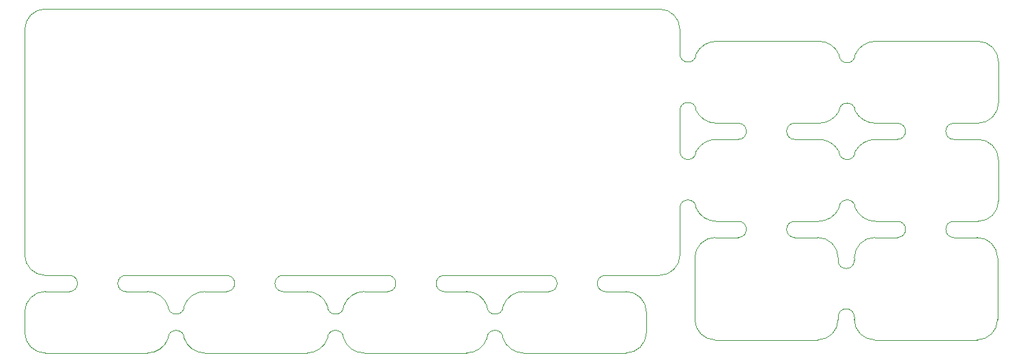
<source format=gbr>
%TF.GenerationSoftware,KiCad,Pcbnew,(6.0.2)*%
%TF.CreationDate,2022-03-22T07:30:25-04:00*%
%TF.ProjectId,Panel_Design_3,50616e65-6c5f-4446-9573-69676e5f332e,rev?*%
%TF.SameCoordinates,Original*%
%TF.FileFunction,Profile,NP*%
%FSLAX46Y46*%
G04 Gerber Fmt 4.6, Leading zero omitted, Abs format (unit mm)*
G04 Created by KiCad (PCBNEW (6.0.2)) date 2022-03-22 07:30:25*
%MOMM*%
%LPD*%
G01*
G04 APERTURE LIST*
%TA.AperFunction,Profile*%
%ADD10C,0.100000*%
%TD*%
G04 APERTURE END LIST*
D10*
X99980000Y-58960000D02*
G75*
G03*
X99980000Y-60960000I0J-1000000D01*
G01*
X143200000Y-40100000D02*
X146200000Y-40100000D01*
X67500001Y-66770000D02*
G75*
G03*
X70040000Y-68580000I2539999J877209D01*
G01*
X111070000Y-64420001D02*
G75*
G03*
X113610000Y-66960001I2540001J1D01*
G01*
X123460000Y-40100000D02*
X126460000Y-40100000D01*
X106680000Y-58960000D02*
G75*
G03*
X109220000Y-56420000I-1J2540001D01*
G01*
X130960000Y-50600000D02*
G75*
G03*
X128960000Y-50600000I-1000000J0D01*
G01*
X65500000Y-62770000D02*
G75*
G03*
X67500000Y-62770000I1000000J0D01*
G01*
X62960000Y-68580000D02*
G75*
G03*
X65500000Y-66770000I-4J2687216D01*
G01*
X33480000Y-60960000D02*
X30480000Y-60960000D01*
X116460000Y-42100000D02*
G75*
G03*
X116460000Y-40100000I0J1000000D01*
G01*
X109220000Y-31520000D02*
G75*
G03*
X111220000Y-31520000I1000000J0D01*
G01*
X111070000Y-56800001D02*
X111070000Y-64420001D01*
X130850000Y-56800001D02*
X130850000Y-57110001D01*
X30480000Y-60960000D02*
G75*
G03*
X27940000Y-63500000I1J-2540001D01*
G01*
X146200000Y-52260000D02*
G75*
G03*
X148740000Y-49720000I-1J2540001D01*
G01*
X62960000Y-60960000D02*
X59980000Y-60960000D01*
X136210000Y-54260000D02*
X133390000Y-54260001D01*
X130850000Y-64420001D02*
G75*
G03*
X133390000Y-66960001I2540001J1D01*
G01*
X113720000Y-52260000D02*
X116460000Y-52260000D01*
X126420000Y-52260000D02*
G75*
G03*
X128960000Y-50600000I-5J2773260D01*
G01*
X130960000Y-50600000D02*
G75*
G03*
X133500000Y-52260000I2539997J1113249D01*
G01*
X59980000Y-58960000D02*
X72980000Y-58960000D01*
X30480000Y-58960000D02*
X33480000Y-58960000D01*
X148630001Y-64420002D02*
X148630001Y-56800000D01*
X109220000Y-31520000D02*
X109220000Y-28480000D01*
X123460000Y-52260000D02*
G75*
G03*
X123460000Y-54260000I0J-1000000D01*
G01*
X111220000Y-38520000D02*
G75*
G03*
X109220000Y-38520000I-1000000J0D01*
G01*
X106680000Y-58960000D02*
X99980000Y-58960000D01*
X126420000Y-52260000D02*
X123460000Y-52260000D01*
X27940000Y-66040000D02*
G75*
G03*
X30480000Y-68580000I2540001J1D01*
G01*
X133390000Y-66960001D02*
X146090001Y-66960002D01*
X113720000Y-42100000D02*
G75*
G03*
X111220000Y-43600000I0J-2833333D01*
G01*
X113760000Y-29940000D02*
G75*
G03*
X111220000Y-31520000I2J-2831649D01*
G01*
X126419999Y-42100000D02*
X123460000Y-42100000D01*
X146090001Y-54260000D02*
X143210000Y-54260000D01*
X89820000Y-60959999D02*
G75*
G03*
X87280000Y-62770000I0J-2687210D01*
G01*
X109220000Y-38520000D02*
X109220000Y-43600000D01*
X128960000Y-43600000D02*
G75*
G03*
X126419999Y-42100000I-2540007J-1400545D01*
G01*
X146090001Y-66960002D02*
G75*
G03*
X148630001Y-64420002I-1J2540001D01*
G01*
X40480000Y-58960000D02*
X52980000Y-58960000D01*
X136210000Y-54260000D02*
G75*
G03*
X136210000Y-52260000I0J1000000D01*
G01*
X70040000Y-68580000D02*
X82740000Y-68580000D01*
X133500000Y-42100000D02*
G75*
G03*
X130960000Y-43600000I0J-2900533D01*
G01*
X133390000Y-54260001D02*
G75*
G03*
X130850000Y-56800001I1J-2540001D01*
G01*
X148740000Y-37559999D02*
X148740000Y-32479999D01*
X109220000Y-28480000D02*
G75*
G03*
X106680000Y-25940000I-2540001J-1D01*
G01*
X70040000Y-60959999D02*
G75*
G03*
X67500000Y-62770000I0J-2687210D01*
G01*
X130850000Y-64420001D02*
X130850001Y-64110001D01*
X113610000Y-54260001D02*
G75*
G03*
X111070000Y-56800001I1J-2540001D01*
G01*
X85280000Y-62770000D02*
G75*
G03*
X87280000Y-62770000I1000000J0D01*
G01*
X47720000Y-66770000D02*
G75*
G03*
X45720000Y-66770000I-1000000J0D01*
G01*
X45720000Y-62770000D02*
G75*
G03*
X43180000Y-60960000I-2540007J-877219D01*
G01*
X72980000Y-60960000D02*
G75*
G03*
X72980000Y-58960000I0J1000000D01*
G01*
X128960000Y-43600000D02*
G75*
G03*
X130960000Y-43600000I1000000J0D01*
G01*
X148740000Y-32479998D02*
G75*
G03*
X146200000Y-29939998I-2540001J-1D01*
G01*
X136200000Y-42100000D02*
G75*
G03*
X136200000Y-40100000I0J1000000D01*
G01*
X52980000Y-60960000D02*
X50260000Y-60960000D01*
X143210000Y-52260000D02*
G75*
G03*
X143210000Y-54260000I0J-1000000D01*
G01*
X128850001Y-56800000D02*
G75*
G03*
X126310001Y-54260000I-2540001J-1D01*
G01*
X123460000Y-40100000D02*
G75*
G03*
X123460000Y-42100000I0J-1000000D01*
G01*
X146200000Y-29939999D02*
X133500000Y-29939999D01*
X126460000Y-40100000D02*
G75*
G03*
X128960000Y-38600000I-8J2833346D01*
G01*
X148740000Y-49720000D02*
X148740000Y-44640000D01*
X92980000Y-60960000D02*
X89820000Y-60960000D01*
X130960000Y-38600000D02*
G75*
G03*
X128960000Y-38600000I-1000000J0D01*
G01*
X111220000Y-50600000D02*
G75*
G03*
X109220000Y-50600000I-1000000J0D01*
G01*
X92980000Y-58960000D02*
X79980000Y-58960000D01*
X109220000Y-43600000D02*
G75*
G03*
X111220000Y-43600000I1000000J0D01*
G01*
X79980000Y-60960000D02*
X82740000Y-60960000D01*
X33480000Y-60960000D02*
G75*
G03*
X33480000Y-58960000I0J1000000D01*
G01*
X92980000Y-60960000D02*
G75*
G03*
X92980000Y-58960000I0J1000000D01*
G01*
X113760000Y-40100000D02*
X116460000Y-40100000D01*
X43180000Y-68580000D02*
G75*
G03*
X45720000Y-66770000I-4J2687216D01*
G01*
X50260000Y-68580000D02*
X62960000Y-68580000D01*
X111219999Y-50600000D02*
G75*
G03*
X113720000Y-52260000I2499999J1052528D01*
G01*
X59980000Y-58960000D02*
G75*
G03*
X59980000Y-60960000I0J-1000000D01*
G01*
X47720001Y-66770000D02*
G75*
G03*
X50260000Y-68580000I2539999J877209D01*
G01*
X52980000Y-60960000D02*
G75*
G03*
X52980000Y-58960000I0J1000000D01*
G01*
X148739999Y-44640000D02*
G75*
G03*
X146199999Y-42100000I-2540001J-1D01*
G01*
X27940000Y-63500000D02*
X27940000Y-66040000D01*
X126460000Y-29940000D02*
X113760000Y-29940000D01*
X82740000Y-68580000D02*
G75*
G03*
X85280000Y-66770000I-4J2687216D01*
G01*
X105060000Y-66040000D02*
X105060001Y-63499999D01*
X116460000Y-42100000D02*
X113720000Y-42100000D01*
X130960000Y-38600000D02*
G75*
G03*
X133500000Y-40100000I2540000J1400533D01*
G01*
X143210000Y-52260000D02*
X146200000Y-52260000D01*
X128850002Y-57110001D02*
G75*
G03*
X130850000Y-57110001I999999J0D01*
G01*
X111220000Y-38520000D02*
G75*
G03*
X113760000Y-40100000I2539999J1251644D01*
G01*
X128960000Y-31600000D02*
G75*
G03*
X130960000Y-31600000I1000000J0D01*
G01*
X113610000Y-66960001D02*
X126310001Y-66960002D01*
X126310001Y-66960002D02*
G75*
G03*
X128850001Y-64420002I-1J2540001D01*
G01*
X87280000Y-66770000D02*
G75*
G03*
X85280000Y-66770000I-1000000J0D01*
G01*
X99980000Y-60960000D02*
X102520001Y-60959999D01*
X133500000Y-52260000D02*
X136210000Y-52260000D01*
X79980000Y-58960000D02*
G75*
G03*
X79980000Y-60960000I0J-1000000D01*
G01*
X106680000Y-25940000D02*
X30480000Y-25940000D01*
X72980000Y-60960000D02*
X70040000Y-60960000D01*
X43180000Y-60960000D02*
X40480000Y-60960000D01*
X133500000Y-40100000D02*
X136200000Y-40100000D01*
X128850001Y-64420002D02*
X128850001Y-64110001D01*
X27940000Y-28480000D02*
X27940000Y-56420000D01*
X136200000Y-42100000D02*
X133500000Y-42100000D01*
X102520000Y-68580000D02*
G75*
G03*
X105060000Y-66040000I-1J2540001D01*
G01*
X116460000Y-54260000D02*
G75*
G03*
X116460000Y-52260000I0J1000000D01*
G01*
X130850001Y-64110001D02*
G75*
G03*
X128850001Y-64110001I-1000000J0D01*
G01*
X30480000Y-25940000D02*
G75*
G03*
X27940000Y-28480000I1J-2540001D01*
G01*
X65500000Y-62770000D02*
G75*
G03*
X62960000Y-60960000I-2540007J-877219D01*
G01*
X105060001Y-63499999D02*
G75*
G03*
X102520001Y-60959999I-2540001J-1D01*
G01*
X67500000Y-66770000D02*
G75*
G03*
X65500000Y-66770000I-1000000J0D01*
G01*
X133500000Y-29939999D02*
G75*
G03*
X130960000Y-31600000I0J-2773252D01*
G01*
X45720000Y-62770000D02*
G75*
G03*
X47720000Y-62770000I1000000J0D01*
G01*
X148630001Y-56800000D02*
G75*
G03*
X146090001Y-54260000I-2540001J-1D01*
G01*
X85280001Y-62770000D02*
G75*
G03*
X82740000Y-60960000I-2540009J-877222D01*
G01*
X87280001Y-66770000D02*
G75*
G03*
X89820000Y-68580000I2539999J877209D01*
G01*
X30480000Y-68580000D02*
X43180000Y-68580000D01*
X109220000Y-50600000D02*
X109220000Y-56420000D01*
X40480000Y-58960000D02*
G75*
G03*
X40480000Y-60960000I0J-1000000D01*
G01*
X116460000Y-54260000D02*
X113610000Y-54260001D01*
X143200000Y-40100000D02*
G75*
G03*
X143200000Y-42100000I0J-1000000D01*
G01*
X146200000Y-40100000D02*
G75*
G03*
X148740000Y-37560000I-1J2540001D01*
G01*
X128850001Y-56800000D02*
X128850002Y-57110001D01*
X123460000Y-54260000D02*
X126310001Y-54260000D01*
X50260000Y-60959999D02*
G75*
G03*
X47720000Y-62770000I0J-2687210D01*
G01*
X146199999Y-42100000D02*
X143200000Y-42100000D01*
X27940000Y-56420000D02*
G75*
G03*
X30480000Y-58960000I2540001J1D01*
G01*
X128960000Y-31600000D02*
G75*
G03*
X126460000Y-29940000I-2500008J-1052542D01*
G01*
X89820000Y-68580000D02*
X102520000Y-68580000D01*
M02*

</source>
